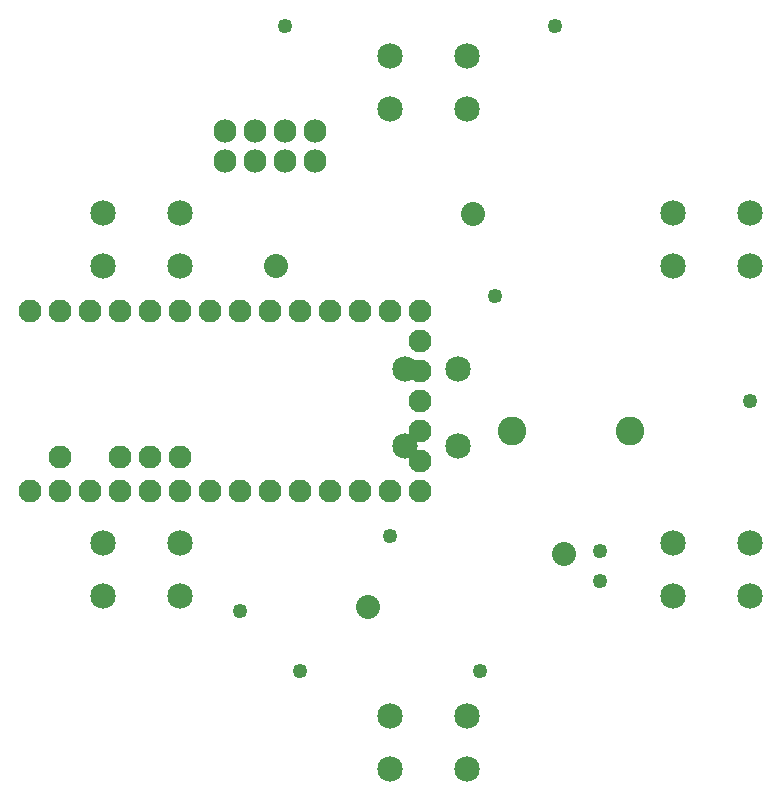
<source format=gts>
G04 MADE WITH FRITZING*
G04 WWW.FRITZING.ORG*
G04 DOUBLE SIDED*
G04 HOLES PLATED*
G04 CONTOUR ON CENTER OF CONTOUR VECTOR*
%ASAXBY*%
%FSLAX23Y23*%
%MOIN*%
%OFA0B0*%
%SFA1.0B1.0*%
%ADD10C,0.049370*%
%ADD11C,0.095437*%
%ADD12C,0.085000*%
%ADD13C,0.080000*%
%ADD14C,0.076889*%
%ADD15C,0.077278*%
%LNMASK1*%
G90*
G70*
G54D10*
X2501Y1436D03*
X801Y736D03*
X1001Y536D03*
X1601Y536D03*
X1301Y986D03*
G54D11*
X2101Y1336D03*
X1708Y1336D03*
G54D10*
X951Y2686D03*
X1851Y2686D03*
X2001Y936D03*
X2001Y836D03*
X1651Y1786D03*
G54D12*
X601Y1886D03*
X345Y1886D03*
X601Y2063D03*
X345Y2063D03*
X1301Y2586D03*
X1557Y2586D03*
X1301Y2409D03*
X1557Y2409D03*
X2501Y1886D03*
X2245Y1886D03*
X2501Y2063D03*
X2245Y2063D03*
X2501Y786D03*
X2245Y786D03*
X2501Y963D03*
X2245Y963D03*
X1301Y386D03*
X1557Y386D03*
X1301Y209D03*
X1557Y209D03*
X1351Y1286D03*
X1351Y1542D03*
X1528Y1286D03*
X1528Y1542D03*
X345Y963D03*
X601Y963D03*
X345Y786D03*
X601Y786D03*
G54D13*
X1226Y751D03*
X1882Y926D03*
X1577Y2061D03*
X921Y1887D03*
G54D14*
X1401Y1136D03*
X1301Y1136D03*
X1201Y1136D03*
X1101Y1136D03*
X1001Y1136D03*
X901Y1136D03*
X801Y1136D03*
X701Y1136D03*
X601Y1136D03*
X501Y1136D03*
X401Y1136D03*
X301Y1136D03*
X201Y1136D03*
X101Y1136D03*
X201Y1250D03*
X501Y1250D03*
X401Y1250D03*
X1401Y1736D03*
X1301Y1736D03*
X1201Y1736D03*
X1101Y1736D03*
X1001Y1736D03*
X901Y1736D03*
X801Y1736D03*
X701Y1736D03*
X601Y1736D03*
X501Y1736D03*
X401Y1736D03*
X301Y1736D03*
X201Y1736D03*
X101Y1736D03*
X601Y1250D03*
X1401Y1536D03*
X1401Y1636D03*
X1401Y1436D03*
X1401Y1236D03*
X1401Y1336D03*
X1401Y1136D03*
X1301Y1136D03*
X1201Y1136D03*
X1101Y1136D03*
X1001Y1136D03*
X901Y1136D03*
X801Y1136D03*
X701Y1136D03*
X601Y1136D03*
X501Y1136D03*
X401Y1136D03*
X301Y1136D03*
X201Y1136D03*
X101Y1136D03*
X201Y1250D03*
X501Y1250D03*
X401Y1250D03*
X1401Y1736D03*
X1301Y1736D03*
X1201Y1736D03*
X1101Y1736D03*
X1001Y1736D03*
X901Y1736D03*
X801Y1736D03*
X701Y1736D03*
X601Y1736D03*
X501Y1736D03*
X401Y1736D03*
X301Y1736D03*
X201Y1736D03*
X101Y1736D03*
X601Y1250D03*
X1401Y1536D03*
X1401Y1636D03*
X1401Y1436D03*
X1401Y1236D03*
X1401Y1336D03*
G54D15*
X751Y2236D03*
X851Y2236D03*
X951Y2236D03*
X1051Y2236D03*
X751Y2336D03*
X851Y2336D03*
X951Y2336D03*
X1051Y2336D03*
X751Y2236D03*
X851Y2236D03*
X951Y2236D03*
X1051Y2236D03*
X751Y2336D03*
X851Y2336D03*
X951Y2336D03*
X1051Y2336D03*
G04 End of Mask1*
M02*
</source>
